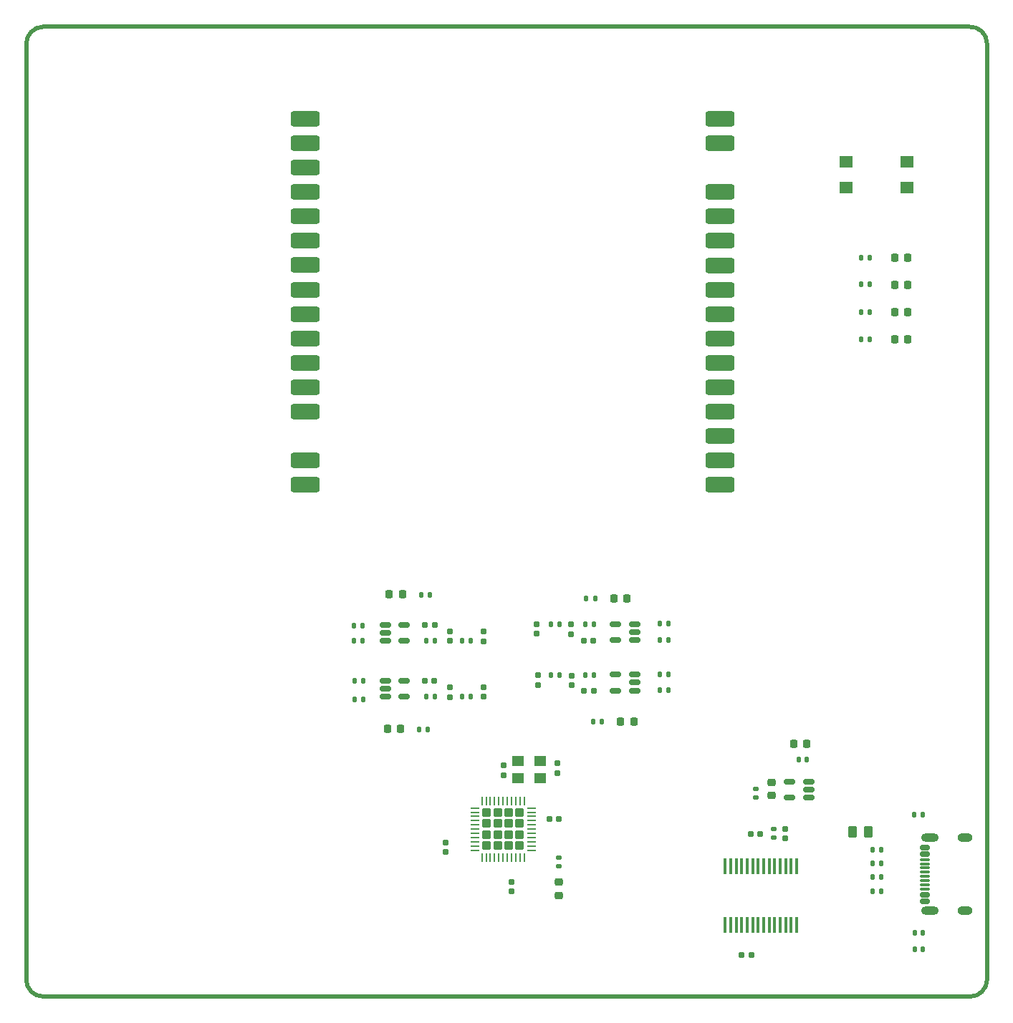
<source format=gbr>
%TF.GenerationSoftware,KiCad,Pcbnew,9.0.6*%
%TF.CreationDate,2026-01-09T14:55:59+00:00*%
%TF.ProjectId,PyBoardTester,5079426f-6172-4645-9465-737465722e6b,rev?*%
%TF.SameCoordinates,Original*%
%TF.FileFunction,Paste,Top*%
%TF.FilePolarity,Positive*%
%FSLAX46Y46*%
G04 Gerber Fmt 4.6, Leading zero omitted, Abs format (unit mm)*
G04 Created by KiCad (PCBNEW 9.0.6) date 2026-01-09 14:55:59*
%MOMM*%
%LPD*%
G01*
G04 APERTURE LIST*
G04 Aperture macros list*
%AMRoundRect*
0 Rectangle with rounded corners*
0 $1 Rounding radius*
0 $2 $3 $4 $5 $6 $7 $8 $9 X,Y pos of 4 corners*
0 Add a 4 corners polygon primitive as box body*
4,1,4,$2,$3,$4,$5,$6,$7,$8,$9,$2,$3,0*
0 Add four circle primitives for the rounded corners*
1,1,$1+$1,$2,$3*
1,1,$1+$1,$4,$5*
1,1,$1+$1,$6,$7*
1,1,$1+$1,$8,$9*
0 Add four rect primitives between the rounded corners*
20,1,$1+$1,$2,$3,$4,$5,0*
20,1,$1+$1,$4,$5,$6,$7,0*
20,1,$1+$1,$6,$7,$8,$9,0*
20,1,$1+$1,$8,$9,$2,$3,0*%
G04 Aperture macros list end*
%ADD10RoundRect,0.250000X-1.450000X-0.650000X1.450000X-0.650000X1.450000X0.650000X-1.450000X0.650000X0*%
%ADD11RoundRect,0.140000X0.140000X0.170000X-0.140000X0.170000X-0.140000X-0.170000X0.140000X-0.170000X0*%
%ADD12R,1.600000X1.400000*%
%ADD13RoundRect,0.135000X-0.135000X-0.185000X0.135000X-0.185000X0.135000X0.185000X-0.135000X0.185000X0*%
%ADD14RoundRect,0.218750X0.218750X0.256250X-0.218750X0.256250X-0.218750X-0.256250X0.218750X-0.256250X0*%
%ADD15RoundRect,0.100000X0.100000X-0.850000X0.100000X0.850000X-0.100000X0.850000X-0.100000X-0.850000X0*%
%ADD16RoundRect,0.135000X0.135000X0.185000X-0.135000X0.185000X-0.135000X-0.185000X0.135000X-0.185000X0*%
%ADD17RoundRect,0.250000X0.262500X0.450000X-0.262500X0.450000X-0.262500X-0.450000X0.262500X-0.450000X0*%
%ADD18RoundRect,0.155000X0.212500X0.155000X-0.212500X0.155000X-0.212500X-0.155000X0.212500X-0.155000X0*%
%ADD19RoundRect,0.155000X0.155000X-0.212500X0.155000X0.212500X-0.155000X0.212500X-0.155000X-0.212500X0*%
%ADD20RoundRect,0.155000X-0.155000X0.212500X-0.155000X-0.212500X0.155000X-0.212500X0.155000X0.212500X0*%
%ADD21RoundRect,0.150000X0.512500X0.150000X-0.512500X0.150000X-0.512500X-0.150000X0.512500X-0.150000X0*%
%ADD22RoundRect,0.155000X-0.212500X-0.155000X0.212500X-0.155000X0.212500X0.155000X-0.212500X0.155000X0*%
%ADD23RoundRect,0.218750X0.256250X-0.218750X0.256250X0.218750X-0.256250X0.218750X-0.256250X-0.218750X0*%
%ADD24RoundRect,0.150000X-0.512500X-0.150000X0.512500X-0.150000X0.512500X0.150000X-0.512500X0.150000X0*%
%ADD25RoundRect,0.140000X0.170000X-0.140000X0.170000X0.140000X-0.170000X0.140000X-0.170000X-0.140000X0*%
%ADD26R,1.400000X1.200000*%
%ADD27RoundRect,0.140000X-0.140000X-0.170000X0.140000X-0.170000X0.140000X0.170000X-0.140000X0.170000X0*%
%ADD28RoundRect,0.135000X-0.185000X0.135000X-0.185000X-0.135000X0.185000X-0.135000X0.185000X0.135000X0*%
%ADD29RoundRect,0.135000X0.185000X-0.135000X0.185000X0.135000X-0.185000X0.135000X-0.185000X-0.135000X0*%
%ADD30RoundRect,0.218750X-0.218750X-0.256250X0.218750X-0.256250X0.218750X0.256250X-0.218750X0.256250X0*%
%ADD31RoundRect,0.250000X-0.275000X-0.275000X0.275000X-0.275000X0.275000X0.275000X-0.275000X0.275000X0*%
%ADD32RoundRect,0.062500X-0.475000X-0.062500X0.475000X-0.062500X0.475000X0.062500X-0.475000X0.062500X0*%
%ADD33RoundRect,0.062500X-0.062500X-0.475000X0.062500X-0.475000X0.062500X0.475000X-0.062500X0.475000X0*%
%ADD34RoundRect,0.225000X0.250000X-0.225000X0.250000X0.225000X-0.250000X0.225000X-0.250000X-0.225000X0*%
%ADD35RoundRect,0.150000X0.425000X-0.150000X0.425000X0.150000X-0.425000X0.150000X-0.425000X-0.150000X0*%
%ADD36RoundRect,0.075000X0.500000X-0.075000X0.500000X0.075000X-0.500000X0.075000X-0.500000X-0.075000X0*%
%ADD37O,2.100000X1.000000*%
%ADD38O,1.800000X1.000000*%
%ADD39RoundRect,0.225000X0.225000X0.250000X-0.225000X0.250000X-0.225000X-0.250000X0.225000X-0.250000X0*%
%TA.AperFunction,Profile*%
%ADD40C,0.500000*%
%TD*%
G04 APERTURE END LIST*
D10*
%TO.C,TP1*%
X116790681Y-47583189D03*
%TD*%
D11*
%TO.C,C18*%
X176030000Y-123352500D03*
X175070000Y-123352500D03*
%TD*%
D10*
%TO.C,TP11*%
X116790681Y-62016522D03*
%TD*%
D12*
%TO.C,SW1*%
X187850000Y-55700000D03*
X180650000Y-55700000D03*
X187850000Y-52700000D03*
X180650000Y-52700000D03*
%TD*%
D13*
%TO.C,R19*%
X135290000Y-115956800D03*
X136310000Y-115956800D03*
%TD*%
D14*
%TO.C,D8*%
X187987500Y-67205200D03*
X186412500Y-67205200D03*
%TD*%
D13*
%TO.C,R31*%
X183840000Y-137300000D03*
X184860000Y-137300000D03*
%TD*%
D15*
%TO.C,U7*%
X166400000Y-142950000D03*
X167050000Y-142950000D03*
X167700000Y-142950000D03*
X168350000Y-142950000D03*
X169000000Y-142950000D03*
X169650000Y-142950000D03*
X170300000Y-142950000D03*
X170950000Y-142950000D03*
X171600000Y-142950000D03*
X172250000Y-142950000D03*
X172900000Y-142950000D03*
X173550000Y-142950000D03*
X174200000Y-142950000D03*
X174850000Y-142950000D03*
X174850000Y-135950000D03*
X174200000Y-135950000D03*
X173550000Y-135950000D03*
X172900000Y-135950000D03*
X172250000Y-135950000D03*
X171600000Y-135950000D03*
X170950000Y-135950000D03*
X170300000Y-135950000D03*
X169650000Y-135950000D03*
X169000000Y-135950000D03*
X168350000Y-135950000D03*
X167700000Y-135950000D03*
X167050000Y-135950000D03*
X166400000Y-135950000D03*
%TD*%
D16*
%TO.C,R30*%
X184860000Y-134000000D03*
X183840000Y-134000000D03*
%TD*%
D17*
%TO.C,L1*%
X183312500Y-131900000D03*
X181487500Y-131900000D03*
%TD*%
D13*
%TO.C,R14*%
X131040000Y-109343700D03*
X132060000Y-109343700D03*
%TD*%
%TO.C,R25*%
X130261200Y-119778000D03*
X131281200Y-119778000D03*
%TD*%
D18*
%TO.C,C29*%
X170560000Y-132150000D03*
X169425000Y-132150000D03*
%TD*%
D13*
%TO.C,R16*%
X122540000Y-109306800D03*
X123560000Y-109306800D03*
%TD*%
D19*
%TO.C,C14*%
X137850000Y-109361200D03*
X137850000Y-108226200D03*
%TD*%
D18*
%TO.C,C4*%
X150817500Y-109300000D03*
X149682500Y-109300000D03*
%TD*%
D20*
%TO.C,C9*%
X148200000Y-107393700D03*
X148200000Y-108528700D03*
%TD*%
D13*
%TO.C,R24*%
X130511200Y-103867600D03*
X131531200Y-103867600D03*
%TD*%
%TO.C,R20*%
X122590000Y-116256800D03*
X123610000Y-116256800D03*
%TD*%
D16*
%TO.C,R6*%
X150860000Y-113361200D03*
X149840000Y-113361200D03*
%TD*%
%TO.C,R29*%
X184860000Y-138950000D03*
X183840000Y-138950000D03*
%TD*%
%TO.C,R28*%
X183472500Y-70432800D03*
X182452500Y-70432800D03*
%TD*%
D21*
%TO.C,U3*%
X155687500Y-115211200D03*
X155687500Y-114261200D03*
X155687500Y-113311200D03*
X153412500Y-113311200D03*
X153412500Y-115211200D03*
%TD*%
D14*
%TO.C,D3*%
X155587500Y-118861200D03*
X154012500Y-118861200D03*
%TD*%
D10*
%TO.C,TP22*%
X165814000Y-76461467D03*
%TD*%
D13*
%TO.C,R15*%
X135290000Y-109343700D03*
X136310000Y-109343700D03*
%TD*%
D16*
%TO.C,R10*%
X159710000Y-115161200D03*
X158690000Y-115161200D03*
%TD*%
D10*
%TO.C,TP24*%
X165814000Y-79348133D03*
%TD*%
D22*
%TO.C,C1*%
X130882500Y-114056800D03*
X132017500Y-114056800D03*
%TD*%
D16*
%TO.C,R33*%
X183472500Y-67182800D03*
X182452500Y-67182800D03*
%TD*%
D13*
%TO.C,R18*%
X131040000Y-115956800D03*
X132060000Y-115956800D03*
%TD*%
D22*
%TO.C,C27*%
X168350000Y-146517500D03*
X169485000Y-146517500D03*
%TD*%
D23*
%TO.C,D1*%
X146750000Y-139437500D03*
X146750000Y-137862500D03*
%TD*%
D22*
%TO.C,C2*%
X130932500Y-107443700D03*
X132067500Y-107443700D03*
%TD*%
D10*
%TO.C,TP3*%
X116790681Y-50469856D03*
%TD*%
D19*
%TO.C,C17*%
X137850000Y-115924300D03*
X137850000Y-114789300D03*
%TD*%
D16*
%TO.C,R7*%
X146860000Y-113411200D03*
X145840000Y-113411200D03*
%TD*%
D18*
%TO.C,C3*%
X150867500Y-115261200D03*
X149732500Y-115261200D03*
%TD*%
D13*
%TO.C,R1*%
X158680000Y-107311200D03*
X159700000Y-107311200D03*
%TD*%
D24*
%TO.C,U5*%
X126212500Y-107456800D03*
X126212500Y-108406800D03*
X126212500Y-109356800D03*
X128487500Y-109356800D03*
X128487500Y-107456800D03*
%TD*%
D10*
%TO.C,TP32*%
X165814000Y-90894800D03*
%TD*%
D19*
%TO.C,C16*%
X133900000Y-115974300D03*
X133900000Y-114839300D03*
%TD*%
D25*
%TO.C,C34*%
X170050000Y-127830000D03*
X170050000Y-126870000D03*
%TD*%
D16*
%TO.C,R3*%
X146860000Y-107350000D03*
X145840000Y-107350000D03*
%TD*%
%TO.C,R26*%
X183481200Y-73632800D03*
X182461200Y-73632800D03*
%TD*%
D10*
%TO.C,TP14*%
X165814000Y-64914800D03*
%TD*%
D24*
%TO.C,U6*%
X126212500Y-114056800D03*
X126212500Y-115006800D03*
X126212500Y-115956800D03*
X128487500Y-115956800D03*
X128487500Y-114056800D03*
%TD*%
D26*
%TO.C,OSC1*%
X144554000Y-123584596D03*
X141954000Y-123584596D03*
X141954000Y-125584606D03*
X144554000Y-125584606D03*
%TD*%
D16*
%TO.C,R2*%
X150860000Y-107400000D03*
X149840000Y-107400000D03*
%TD*%
D10*
%TO.C,TP25*%
X116790681Y-82223189D03*
%TD*%
D27*
%TO.C,C31*%
X188820000Y-145800000D03*
X189780000Y-145800000D03*
%TD*%
D10*
%TO.C,TP17*%
X116790681Y-70676522D03*
%TD*%
D21*
%TO.C,U8*%
X176287500Y-127900000D03*
X176287500Y-126950000D03*
X176287500Y-126000000D03*
X174012500Y-126000000D03*
X174012500Y-127900000D03*
%TD*%
D10*
%TO.C,TP10*%
X165814000Y-59141467D03*
%TD*%
%TO.C,TP9*%
X116790681Y-59129856D03*
%TD*%
D28*
%TO.C,R38*%
X172150000Y-131590000D03*
X172150000Y-132610000D03*
%TD*%
D20*
%TO.C,C8*%
X141154000Y-137832500D03*
X141154000Y-138967500D03*
%TD*%
D22*
%TO.C,C7*%
X145632500Y-130400000D03*
X146767500Y-130400000D03*
%TD*%
D29*
%TO.C,R21*%
X146750000Y-135960000D03*
X146750000Y-134940000D03*
%TD*%
D30*
%TO.C,D4*%
X126712500Y-103856800D03*
X128287500Y-103856800D03*
%TD*%
D10*
%TO.C,TP21*%
X116790681Y-76449856D03*
%TD*%
D16*
%TO.C,R34*%
X183481200Y-63982800D03*
X182461200Y-63982800D03*
%TD*%
D10*
%TO.C,TP20*%
X165814000Y-73574800D03*
%TD*%
%TO.C,TP26*%
X165814000Y-82234800D03*
%TD*%
D31*
%TO.C,U4*%
X138200000Y-129650000D03*
X138200000Y-130950000D03*
X138200000Y-132250000D03*
X138200000Y-133550000D03*
X139500000Y-129650000D03*
X139500000Y-130950000D03*
X139500000Y-132250000D03*
X139500000Y-133550000D03*
X140800000Y-129650000D03*
X140800000Y-130950000D03*
X140800000Y-132250000D03*
X140800000Y-133550000D03*
X142100000Y-129650000D03*
X142100000Y-130950000D03*
X142100000Y-132250000D03*
X142100000Y-133550000D03*
D32*
X136812500Y-129100000D03*
X136812500Y-129600000D03*
X136812500Y-130100000D03*
X136812500Y-130600000D03*
X136812500Y-131100000D03*
X136812500Y-131600000D03*
X136812500Y-132100000D03*
X136812500Y-132600000D03*
X136812500Y-133100000D03*
X136812500Y-133600000D03*
X136812500Y-134100000D03*
D33*
X137650000Y-134937500D03*
X138150000Y-134937500D03*
X138650000Y-134937500D03*
X139150000Y-134937500D03*
X139650000Y-134937500D03*
X140150000Y-134937500D03*
X140650000Y-134937500D03*
X141150000Y-134937500D03*
X141650000Y-134937500D03*
X142150000Y-134937500D03*
X142650000Y-134937500D03*
D32*
X143487500Y-134100000D03*
X143487500Y-133600000D03*
X143487500Y-133100000D03*
X143487500Y-132600000D03*
X143487500Y-132100000D03*
X143487500Y-131600000D03*
X143487500Y-131100000D03*
X143487500Y-130600000D03*
X143487500Y-130100000D03*
X143487500Y-129600000D03*
X143487500Y-129100000D03*
D33*
X142650000Y-128262500D03*
X142150000Y-128262500D03*
X141650000Y-128262500D03*
X141150000Y-128262500D03*
X140650000Y-128262500D03*
X140150000Y-128262500D03*
X139650000Y-128262500D03*
X139150000Y-128262500D03*
X138650000Y-128262500D03*
X138150000Y-128262500D03*
X137650000Y-128262500D03*
%TD*%
D20*
%TO.C,C6*%
X133350000Y-133182500D03*
X133350000Y-134317500D03*
%TD*%
D19*
%TO.C,C15*%
X146550000Y-124967500D03*
X146550000Y-123832500D03*
%TD*%
D10*
%TO.C,TP28*%
X165814000Y-85121467D03*
%TD*%
%TO.C,TP5*%
X116790681Y-53356522D03*
%TD*%
%TO.C,TP7*%
X116790681Y-56243189D03*
%TD*%
%TO.C,TP30*%
X165814000Y-88008133D03*
%TD*%
%TO.C,TP15*%
X116790681Y-67789856D03*
%TD*%
D20*
%TO.C,C11*%
X148300000Y-113443700D03*
X148300000Y-114578700D03*
%TD*%
D13*
%TO.C,R5*%
X158690000Y-113311200D03*
X159710000Y-113311200D03*
%TD*%
D34*
%TO.C,C32*%
X171900000Y-127625000D03*
X171900000Y-126075000D03*
%TD*%
D20*
%TO.C,C10*%
X144100000Y-107343700D03*
X144100000Y-108478700D03*
%TD*%
D10*
%TO.C,TP13*%
X116790681Y-64903189D03*
%TD*%
D14*
%TO.C,D6*%
X187987500Y-73650000D03*
X186412500Y-73650000D03*
%TD*%
D10*
%TO.C,TP12*%
X165814000Y-62028133D03*
%TD*%
D16*
%TO.C,R4*%
X159710000Y-109211200D03*
X158690000Y-109211200D03*
%TD*%
D11*
%TO.C,C30*%
X189780000Y-143900000D03*
X188820000Y-143900000D03*
%TD*%
D10*
%TO.C,TP23*%
X116790681Y-79336522D03*
%TD*%
D20*
%TO.C,C26*%
X173525000Y-131582500D03*
X173525000Y-132717500D03*
%TD*%
D14*
%TO.C,D7*%
X187987500Y-70427600D03*
X186412500Y-70427600D03*
%TD*%
D10*
%TO.C,TP18*%
X165814000Y-70688133D03*
%TD*%
D16*
%TO.C,R22*%
X151013800Y-104321200D03*
X149993800Y-104321200D03*
%TD*%
D20*
%TO.C,C12*%
X144250000Y-113393700D03*
X144250000Y-114528700D03*
%TD*%
D19*
%TO.C,C5*%
X140200000Y-125217500D03*
X140200000Y-124082500D03*
%TD*%
D10*
%TO.C,TP16*%
X165814000Y-67801467D03*
%TD*%
%TO.C,TP2*%
X165814000Y-47594800D03*
%TD*%
D16*
%TO.C,R23*%
X151788800Y-118860800D03*
X150768800Y-118860800D03*
%TD*%
%TO.C,R17*%
X123610000Y-114056800D03*
X122590000Y-114056800D03*
%TD*%
%TO.C,R13*%
X123560000Y-107506800D03*
X122540000Y-107506800D03*
%TD*%
D35*
%TO.C,J5*%
X189995000Y-140150000D03*
X189995000Y-139350000D03*
D36*
X189995000Y-138200000D03*
X189995000Y-137200000D03*
X189995000Y-136700000D03*
X189995000Y-135700000D03*
D35*
X189995000Y-134550000D03*
X189995000Y-133750000D03*
X189995000Y-133750000D03*
X189995000Y-134550000D03*
D36*
X189995000Y-135200000D03*
X189995000Y-136200000D03*
X189995000Y-137700000D03*
X189995000Y-138700000D03*
D35*
X189995000Y-139350000D03*
X189995000Y-140150000D03*
D37*
X190570000Y-141270000D03*
D38*
X194750000Y-141270000D03*
D37*
X190570000Y-132630000D03*
D38*
X194750000Y-132630000D03*
%TD*%
D30*
%TO.C,D5*%
X126462500Y-119756800D03*
X128037500Y-119756800D03*
%TD*%
D14*
%TO.C,D2*%
X154812500Y-104311200D03*
X153237500Y-104311200D03*
%TD*%
D10*
%TO.C,TP8*%
X165814000Y-56254800D03*
%TD*%
D19*
%TO.C,C13*%
X133900000Y-109311200D03*
X133900000Y-108176200D03*
%TD*%
D13*
%TO.C,R32*%
X183840000Y-135650000D03*
X184860000Y-135650000D03*
%TD*%
D21*
%TO.C,U1*%
X155687500Y-109261200D03*
X155687500Y-108311200D03*
X155687500Y-107361200D03*
X153412500Y-107361200D03*
X153412500Y-109261200D03*
%TD*%
D13*
%TO.C,R27*%
X188740000Y-129900000D03*
X189760000Y-129900000D03*
%TD*%
D10*
%TO.C,TP19*%
X116790681Y-73563189D03*
%TD*%
%TO.C,TP31*%
X116790681Y-90883189D03*
%TD*%
D14*
%TO.C,D9*%
X187987500Y-63982800D03*
X186412500Y-63982800D03*
%TD*%
D39*
%TO.C,C28*%
X176025000Y-121552500D03*
X174475000Y-121552500D03*
%TD*%
D10*
%TO.C,TP4*%
X165814000Y-50481467D03*
%TD*%
%TO.C,TP29*%
X116790681Y-87996522D03*
%TD*%
D40*
X197350000Y-38700000D02*
X197350000Y-149400000D01*
X85800000Y-151400000D02*
G75*
G02*
X83800000Y-149400000I0J2000000D01*
G01*
X85792517Y-36714214D02*
X195250000Y-36700000D01*
X195350000Y-151400000D02*
X85800000Y-151400000D01*
X195250000Y-36700000D02*
G75*
G02*
X197349980Y-38700000I97600J-2000000D01*
G01*
X83800000Y-149400000D02*
X83800000Y-38714214D01*
X197350000Y-149400000D02*
G75*
G02*
X195350000Y-151400000I-2000000J0D01*
G01*
X83800000Y-38714214D02*
G75*
G02*
X85800000Y-36714200I2000000J14D01*
G01*
M02*

</source>
